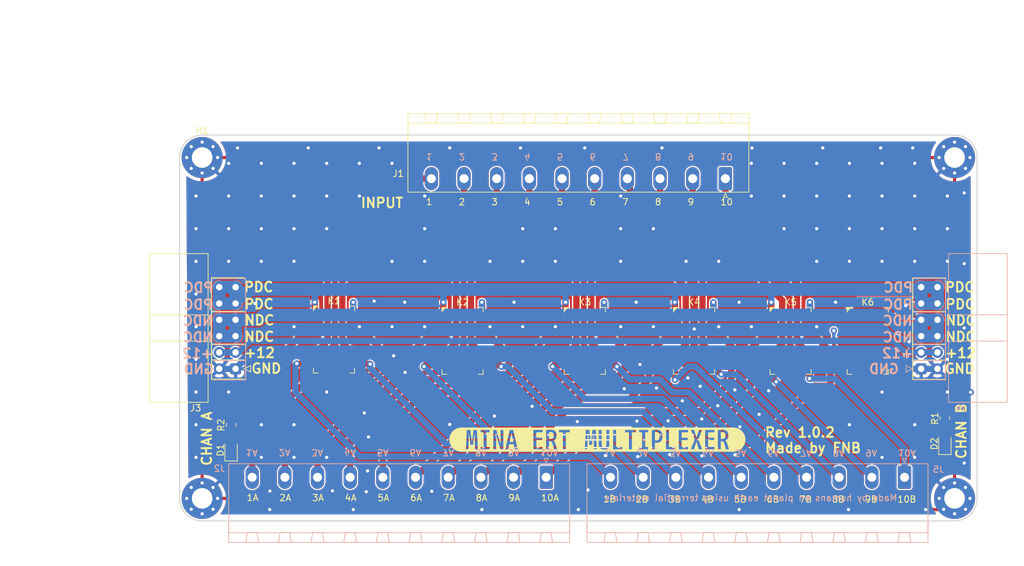
<source format=kicad_pcb>
(kicad_pcb (version 20241229) (generator "pcbnew") (generator_version "9.0")
  (title_block (title "Mina ERT multiplexer") (date "2025-12-09") (rev "1.0.2") (company "Made By FNB"))
  (layers (0 "F.Cu" signal) (2 "B.Cu" signal) (13 "F.Paste" user) (15 "B.Paste" user) (5 "F.SilkS" user "F.Silkscreen") (7 "B.SilkS" user "B.Silkscreen") (1 "F.Mask" user) (3 "B.Mask" user) (25 "Edge.Cuts" user))
  (net 0 "")
  (net 1 "-VDC")
  (net 2 "+VDC")
  (net 3 "/4A")
  (net 4 "/3A")
  (net 5 "/9A")
  (net 6 "/1A")
  (net 7 "/5A")
  (net 8 "/2A")
  (net 9 "/10A")
  (net 10 "/6A")
  (net 11 "/8A")
  (net 12 "/7A")
  (net 13 "/8B")
  (net 14 "/1B")
  (net 15 "/10B")
  (net 16 "/5B")
  (net 17 "/9B")
  (net 18 "/6B")
  (net 19 "/7B")
  (net 20 "/4B")
  (net 21 "/2B")
  (net 22 "/3B")
  (net 23 "/3")
  (net 24 "/7")
  (net 25 "/8")
  (net 26 "/5")
  (net 27 "/4")
  (net 28 "/10")
  (net 29 "/2")
  (net 30 "/1")
  (net 31 "/9")
  (net 32 "/6")
  (net 33 "GND")
  (net 34 "+12V")
  (net 35 "Net-(D1-A)")
  (net 36 "Net-(D2-A)")
  (net 37 "/CHNB")
  (net 38 "/CHNA")
  (footprint "muxlib_footprints:Relay_2P2T_10x6mm_TE_IMxxG_Longlegs" (layer "F.Cu") (at 150 117)
    (property "Reference" "K5")
    (property "Value" "AGQ210A12Z")
  )
  (footprint "muxlib_footprints:Relay_2P2T_10x6mm_TE_IMxxG_Longlegs" (layer "F.Cu") (at 118 117)
    (property "Reference" "K3")
    (property "Value" "AGQ210A12Z")
  )
  (footprint "muxlib_footprints:Relay_2P2T_10x6mm_TE_IMxxG_Longlegs" (layer "F.Cu") (at 162 117)
    (property "Reference" "K6")
    (property "Value" "AGQ210A12Z")
  )
  (footprint "Resistor_SMD:R_0805_2012Metric" (layer "F.Cu") (at 63 130.0625 -90)
    (property "Reference" "R2")
    (property "Value" "1K1")
  )
  (footprint "Connector_IDC:IDC-Header_2x06_P2.54mm_Horizontal" (layer "F.Cu") (at 63.6975 121.35 180)
    (property "Reference" "J3")
    (property "Value" "MC-254-12-00-RA-DIP")
  )
  (footprint "MountingHole:MountingHole_3.2mm_M3_Pad_Via" (layer "F.Cu") (at 58.5 88.5)
    (property "Reference" "H1")
    (property "Value" "MountingHole_Pad")
  )
  (footprint "LED_SMD:LED_0805_2012Metric" (layer "F.Cu") (at 63 134 90)
    (property "Reference" "D1")
    (property "Value" "LTST-C170KRKT")
  )
  (footprint "muxlib_footprints:Relay_2P2T_10x6mm_TE_IMxxG_Longlegs" (layer "F.Cu") (at 135 117)
    (property "Reference" "K4")
    (property "Value" "AGQ210A12Z")
  )
  (footprint "Connector_Phoenix_MSTB:PhoenixContact_MSTBA_2,5_10-G-5,08_1x10_P5.08mm_Horizontal" (layer "F.Cu") (at 139.86 91.7775 180)
    (property "Reference" "J1")
    (property "Value" "1759091")
  )
  (footprint "kibuzzard-693809E3" (layer "F.Cu") (at 119.960873 132.364121)
    (property "Reference" "kibuzzard-693809E3" (hide yes))
    (property "Value" "G***" (hide yes))
  )
  (footprint "MountingHole:MountingHole_3.2mm_M3_Pad_Via" (layer "F.Cu") (at 175.5 141.5)
    (property "Reference" "H3" (hide yes))
    (property "Value" "MountingHole_Pad")
  )
  (footprint "Resistor_SMD:R_0805_2012Metric" (layer "F.Cu") (at 174 129 -90)
    (property "Reference" "R1")
    (property "Value" "1K1")
  )
  (footprint "MountingHole:MountingHole_3.2mm_M3_Pad_Via" (layer "F.Cu") (at 175.5 88.5)
    (property "Reference" "H2" (hide yes))
    (property "Value" "MountingHole_Pad")
  )
  (footprint "muxlib_footprints:Relay_2P2T_10x6mm_TE_IMxxG_Longlegs" (layer "F.Cu") (at 99 117)
    (property "Reference" "K2")
    (property "Value" "AGQ210A12Z")
  )
  (footprint "MountingHole:MountingHole_3.2mm_M3_Pad_Via" (layer "F.Cu") (at 58.5 141.5)
    (property "Reference" "H4" (hide yes))
    (property "Value" "MountingHole_Pad")
  )
  (footprint "LED_SMD:LED_0805_2012Metric" (layer "F.Cu") (at 174 133 90)
    (property "Reference" "D2")
    (property "Value" "LTST-C170KRKT")
  )
  (footprint "muxlib_footprints:Relay_2P2T_10x6mm_TE_IMxxG_Longlegs" (layer "F.Cu") (at 79 116.8)
    (property "Reference" "K1")
    (property "Value" "AGQ210A12Z")
  )
  (footprint "Connector_IDC:IDC-Header_2x06_P2.54mm_Horizontal" (layer "B.Cu") (at 170.3025 121.35)
    (property "Reference" "J4")
    (property "Value" "MC-254-12-00-RA-DIP")
  )
  (footprint "Connector_Phoenix_MSTB:PhoenixContact_MSTBA_2,5_10-G-5,08_1x10_P5.08mm_Horizontal" (layer "B.Cu") (at 112 138.2225 180)
    (property "Reference" "J2")
    (property "Value" "1759091")
  )
  (footprint "Connector_Phoenix_MSTB:PhoenixContact_MSTBA_2,5_10-G-5,08_1x10_P5.08mm_Horizontal" (layer "B.Cu") (at 167.72 138.2225 180)
    (property "Reference" "J5")
    (property "Value" "1759091")
  )
  (gr_line (start 169 123) (end 174 123) (stroke (width 0.15)) (layer "F.SilkS"))
  (gr_line (start 169 120) (end 174 120) (stroke (width 0.15)) (layer "F.SilkS"))
  (gr_line (start 59.967201 119.974418) (end 59.967201 122.974418) (stroke (width 0.15)) (layer "F.SilkS"))
  (gr_line (start 59.960881 112.429226) (end 59.960881 107.199416) (stroke (width 0.15)) (layer "F.SilkS"))
  (gr_line (start 59.945633 117.505463) (end 64.967064 117.505463) (stroke (width 0.15)) (layer "F.SilkS"))
  (gr_line (start 59.960881 112.429226) (end 59.945633 117.505463) (stroke (width 0.15)) (layer "F.SilkS"))
  (gr_line (start 174.025276 112.454808) (end 168.99368 112.454808) (stroke (width 0.15)) (layer "F.SilkS"))
  (gr_line (start 168.99368 112.454808) (end 168.99368 107.224998) (stroke (width 0.15)) (layer "F.SilkS"))
  (gr_line (start 59.945633 117.505463) (end 59.967201 119.974418) (stroke (width 0.15)) (layer "F.SilkS"))
  (gr_line (start 168.99368 107.224998) (end 174.086265 107.224998) (stroke (width 0.15)) (layer "F.SilkS"))
  (gr_line (start 168.99368 112.454808) (end 168.978432 117.531045) (stroke (width 0.15)) (layer "F.SilkS"))
  (gr_line (start 59.967201 122.974418) (end 64.967201 122.974418) (stroke (width 0.15)) (layer "F.SilkS"))
  (gr_line (start 64.992477 112.429226) (end 59.960881 112.429226) (stroke (width 0.15)) (layer "F.SilkS"))
  (gr_line (start 168.978432 117.531045) (end 173.999863 117.531045) (stroke (width 0.15)) (layer "F.SilkS"))
  (gr_line (start 59.960881 107.199416) (end 65.053466 107.199416) (stroke (width 0.15)) (layer "F.SilkS"))
  (gr_line (start 169 120) (end 169 123) (stroke (width 0.15)) (layer "F.SilkS"))
  (gr_line (start 168.978432 117.531045) (end 169 120) (stroke (width 0.15)) (layer "F.SilkS"))
  (gr_line (start 59.967201 119.974418) (end 64.967201 119.974418) (stroke (width 0.15)) (layer "F.SilkS"))
  (gr_line (start 174.102886 117.581594) (end 169.081455 117.581594) (stroke (width 0.15)) (layer "B.SilkS"))
  (gr_line (start 65.258805 120.063492) (end 60.258805 120.063492) (stroke (width 0.15)) (layer "B.SilkS"))
  (gr_line (start 65.280373 117.594537) (end 65.258805 120.063492) (stroke (width 0.15)) (layer "B.SilkS"))
  (gr_line (start 65.258805 120.063492) (end 65.258805 123.063492) (stroke (width 0.15)) (layer "B.SilkS"))
  (gr_line (start 174.081318 120.050549) (end 174.081318 123.050549) (stroke (width 0.15)) (layer "B.SilkS"))
  (gr_line (start 65.280373 117.594537) (end 60.258942 117.594537) (stroke (width 0.15)) (layer "B.SilkS"))
  (gr_line (start 65.258805 123.063492) (end 60.258805 123.063492) (stroke (width 0.15)) (layer "B.SilkS"))
  (gr_line (start 174.102886 117.581594) (end 174.081318 120.050549) (stroke (width 0.15)) (layer "B.SilkS"))
  (gr_line (start 60.233529 112.5183) (end 65.265125 112.5183) (stroke (width 0.15)) (layer "B.SilkS"))
  (gr_line (start 65.265125 112.5183) (end 65.280373 117.594537) (stroke (width 0.15)) (layer "B.SilkS"))
  (gr_line (start 174.081318 123.050549) (end 169.081318 123.050549) (stroke (width 0.15)) (layer "B.SilkS"))
  (gr_line (start 169.056042 112.505357) (end 174.087638 112.505357) (stroke (width 0.15)) (layer "B.SilkS"))
  (gr_line (start 174.087638 112.505357) (end 174.102886 117.581594) (stroke (width 0.15)) (layer "B.SilkS"))
  (gr_line (start 174.087638 112.505357) (end 174.087638 107.275547) (stroke (width 0.15)) (layer "B.SilkS"))
  (gr_line (start 65.265125 107.28849) (end 60.17254 107.28849) (stroke (width 0.15)) (layer "B.SilkS"))
  (gr_line (start 174.087638 107.275547) (end 168.995053 107.275547) (stroke (width 0.15)) (layer "B.SilkS"))
  (gr_line (start 174.081318 120.050549) (end 169.081318 120.050549) (stroke (width 0.15)) (layer "B.SilkS"))
  (gr_line (start 65.265125 112.5183) (end 65.265125 107.28849) (stroke (width 0.15)) (layer "B.SilkS"))
  (gr_line (start 55 141.5) (end 55 88.5) (stroke (width 0.15)) (layer "Edge.Cuts"))
  (gr_line (start 175.5 145) (end 58.5 145) (stroke (width 0.15)) (layer "Edge.Cuts"))
  (gr_arc (start 55 88.5) (mid 56.025126 86.025126) (end 58.5 85) (stroke (width 0.15)) (layer "Edge.Cuts"))
  (gr_line (start 179 88.5) (end 179 141.5) (stroke (width 0.15)) (layer "Edge.Cuts"))
  (gr_arc (start 175.5 85) (mid 177.974874 86.025126) (end 179 88.5) (stroke (width 0.15)) (layer "Edge.Cuts"))
  (gr_arc (start 179 141.5) (mid 177.974874 143.974874) (end 175.5 145) (stroke (width 0.15)) (layer "Edge.Cuts"))
  (gr_line (start 58.5 85) (end 175.5 85) (stroke (width 0.15)) (layer "Edge.Cuts"))
  (gr_arc (start 58.5 145) (mid 56.025126 143.974874) (end 55 141.5) (stroke (width 0.15)) (layer "Edge.Cuts"))
  (gr_text "NDC" (at 64.903704 117.238636 0) (layer "F.SilkS") (effects (font (size 1.5 1.5) (thickness 0.3) (bold yes)) (justify left bottom)))
  (gr_text "Rev ${REVISION}\nMade by FNB" (at 145.856811 134.542724 0) (layer "F.SilkS") (effects (font (size 1.5 1.5) (thickness 0.3) (bold yes)) (justify left bottom)))
  (gr_text "1A" (at 65.343266 141.969505 0) (layer "F.SilkS") (effects (font (size 1 1)) (justify left bottom)))
  (gr_text "9A" (at 106.025795 142 0) (layer "F.SilkS") (effects (font (size 1 1)) (justify left bottom)))
  (gr_text "3" (at 103.402787 96 0) (layer "F.SilkS") (effects (font (size 1 1)) (justify left bottom)))
  (gr_text "NDC" (at 173.954258 114.701373 0) (layer "F.SilkS") (effects (font (size 1.5 1.5) (thickness 0.3) (bold yes)) (justify left bottom)))
  (gr_text "INPUT" (at 83.024747 96.422728 0) (layer "F.SilkS") (effects (font (size 1.5 1.5) (thickness 0.3) (bold yes)) (justify left bottom)))
  (gr_text "6B" (at 146.180251 142.228107 0) (layer "F.SilkS") (effects (font (size 1 1)) (justify left bottom)))
  (gr_text "+12" (at 64.869398 119.742998 0) (layer "F.SilkS") (effects (font (size 1.5 1.5) (thickness 0.3) (bold yes)) (justify left bottom)))
  (gr_text "10" (at 139 96 0) (layer "F.SilkS") (effects (font (size 1 1)) (justify left bottom)))
  (gr_text "4A" (at 80.599214 142 0) (layer "F.SilkS") (effects (font (size 1 1)) (justify left bottom)))
  (gr_text "10A" (at 111.111111 142 0) (layer "F.SilkS") (effects (font (size 1 1)) (justify left bottom)))
  (gr_text "NDC" (at 173.936503 117.264218 0) (layer "F.SilkS") (effects (font (size 1.5 1.5) (thickness 0.3) (bold yes)) (justify left bottom)))
  (gr_text "10B" (at 166.521515 142.228107 0) (layer "F.SilkS") (effects (font (size 1 1)) (justify left bottom)))
  (gr_text "PDC" (at 173.925068 112.195605 0) (layer "F.SilkS") (effects (font (size 1.5 1.5) (thickness 0.3) (bold yes)) (justify left bottom)))
  (gr_text "7B" (at 151.265567 142.228107 0) (layer "F.SilkS") (effects (font (size 1 1)) (justify left bottom)))
  (gr_text "4B" (at 136.009618 142.228107 0) (layer "F.SilkS") (effects (font (size 1 1)) (justify left bottom)))
  (gr_text "1B" (at 120.75367 142.197612 0) (layer "F.SilkS") (effects (font (size 1 1)) (justify left bottom)))
  (gr_text "GND\n" (at 173.810713 122.210852 0) (layer "F.SilkS") (effects (font (size 1.5 1.5) (thickness 0.3) (bold yes)) (justify left bottom)))
  (gr_text "6" (at 118.658736 96 0) (layer "F.SilkS") (effects (font (size 1 1)) (justify left bottom)))
  (gr_text "NDC" (at 64.921459 114.675791 0) (layer "F.SilkS") (effects (font (size 1.5 1.5) (thickness 0.3) (bold yes)) (justify left bottom)))
  (gr_text "6A\n" (at 90.769847 142 0) (layer "F.SilkS") (effects (font (size 1 1)) (justify left bottom)))
  (gr_text "PDC" (at 64.892269 112.170023 0) (layer "F.SilkS") (effects (font (size 1.5 1.5) (thickness 0.3) (bold yes)) (justify left bottom)))
  (gr_text "5" (at 113.573419 96 0) (layer "F.SilkS") (effects (font (size 1 1)) (justify left bottom)))
  (gr_text "9" (at 133.914684 96 0) (layer "F.SilkS") (effects (font (size 1 1)) (justify left bottom)))
  (gr_text "8B" (at 156.350883 142.228107 0) (layer "F.SilkS") (effects (font (size 1 1)) (justify left bottom)))
  (gr_text "2A" (at 70.428582 142 0) (layer "F.SilkS") (effects (font (size 1 1)) (justify left bottom)))
  (gr_text "5B" (at 141.094934 142.228107 0) (layer "F.SilkS") (effects (font (size 1 1)) (justify left bottom)))
  (gr_text "8" (at 128.829368 96 0) (layer "F.SilkS") (effects (font (size 1 1)) (justify left bottom)))
  (gr_text "CHAN A" (at 60.094194 136.597048 90) (layer "F.SilkS") (effects (font (size 1.5 1.5) (thickness 0.3) (bold yes)) (justify left bottom)))
  (gr_text "7" (at 123.744052 96 0) (layer "F.SilkS") (effects (font (size 1 1)) (justify left bottom)))
  (gr_text "PDC" (at 64.846527 109.517 0) (layer "F.SilkS") (effects (font (size 1.5 1.5) (thickness 0.3) (bold yes)) (justify left bottom)))
  (gr_text "9B" (at 161.436199 142.228107 0) (layer "F.SilkS") (effects (font (size 1 1)) (justify left bottom)))
  (gr_text "2B" (at 125.838986 142.228107 0) (layer "F.SilkS") (effects (font (size 1 1)) (justify left bottom)))
  (gr_text "8A" (at 100.940479 142 0) (layer "F.SilkS") (effects (font (size 1 1)) (justify left bottom)))
  (gr_text "CHAN B" (at 177.430633 135.533552 90) (layer "F.SilkS") (effects (font (size 1.5 1.5) (thickness 0.3) (bold yes)) (justify left bottom)))
  (gr_text "2" (at 98.317471 96 0) (layer "F.SilkS") (effects (font (size 1 1)) (justify left bottom)))
  (gr_text "+12" (at 173.902197 119.76858 0) (layer "F.SilkS") (effects (font (size 1.5 1.5) (thickness 0.3) (bold yes)) (justify left bottom)))
  (gr_text "PDC" (at 173.850956 109.546647 0) (layer "F.SilkS") (effects (font (size 1.5 1.5) (thickness 0.3) (bold yes)) (justify left bottom)))
  (gr_text "4" (at 108.488103 96 0) (layer "F.SilkS") (effects (font (size 1 1)) (justify left bottom)))
  (gr_text "GND\n" (at 66 122.18527 0) (layer "F.SilkS") (effects (font (size 1.5 1.5) (thickness 0.3) (bold yes)) (justify left bottom)))
  (gr_text "3B" (at 130.924302 142.228107 0) (layer "F.SilkS") (effects (font (size 1 1)) (justify left bottom)))
  (gr_text "5A" (at 85.68453 142 0) (layer "F.SilkS") (effects (font (size 1 1)) (justify left bottom)))
  (gr_text "7A\n" (at 95.855163 142 0) (layer "F.SilkS") (effects (font (size 1 1)) (justify left bottom)))
  (gr_text "3A" (at 75.513898 142 0) (layer "F.SilkS") (effects (font (size 1 1)) (justify left bottom)))
  (gr_text "1" (at 93.232155 95.969505 0) (layer "F.SilkS") (effects (font (size 1 1)) (justify left bottom)))
  (gr_text "1A" (at 120.87043 133.856386 180) (layer "B.SilkS") (effects (font (size 1 1)) (justify left bottom mirror)))
  (gr_text "+12" (at 60.356608 119.832072 0) (layer "B.SilkS") (effects (font (size 1.5 1.5) (thickness 0.3) (bold yes)) (justify left bottom mirror)))
  (gr_text "2A" (at 125.955746 133.825891 180) (layer "B.SilkS") (effects (font (size 1 1)) (justify left bottom mirror)))
  (gr_text "8" (at 128.829368 87.766004 180) (layer "B.SilkS") (effects (font (size 1 1)) (justify left bottom mirror)))
  (gr_text "NDC" (at 60.304547 114.764865 0) (layer "B.SilkS") (effects (font (size 1.5 1.5) (thickness 0.3) (bold yes)) (justify left bottom mirror)))
  (gr_text "3A" (at 131.041062 133.825891 180) (layer "B.SilkS") (effects (font (size 1 1)) (justify left bottom mirror)))
  (gr_text "+12" (at 169.179121 119.819129 0) (layer "B.SilkS") (effects (font (size 1.5 1.5) (thickness 0.3) (bold yes)) (justify left bottom mirror)))
  (gr_text "Made by humans on planet earth using terrestial materials" (at 166.665958 142 0) (layer "B.SilkS") (effects (font (size 1 1)) (justify left bottom mirror)))
  (gr_text "NDC" (at 169.12706 114.751922 0) (layer "B.SilkS") (effects (font (size 1.5 1.5) (thickness 0.3) (bold yes)) (justify left bottom mirror)))
  (gr_text "6A\n" (at 146.297011 133.825891 180) (layer "B.SilkS") (effects (font (size 1 1)) (justify left bottom mirror)))
  (gr_text "8A" (at 100.829368 133.766004 180) (layer "B.SilkS") (effects (font (size 1 1)) (justify left bottom mirror)))
  (gr_text "9A" (at 161.552959 133.825891 180) (layer "B.SilkS") (effects (font (size 1 1)) (justify left bottom mirror)))
  (gr_text "GND\n" (at 60.448092 122.274344 0) (layer "B.SilkS") (effects (font (size 1.5 1.5) (thickness 0.3) (bold yes)) (justify left bottom mirror)))
  (gr_text "GND\n" (at 167 122.261401 0) (layer "B.SilkS") (effects (font (size 1.5 1.5) (thickness 0.3) (bold yes)) (justify left bottom mirror)))
  (gr_text "1" (at 93.232155 87.796499 180) (layer "B.SilkS") (effects (font (size 1 1)) (justify left bottom mirror)))
  (gr_text "5A" (at 85.573419 133.766004 180) (layer "B.SilkS") (effects (font (size 1 1)) (justify left bottom mirror)))
  (gr_text "8A" (at 156.467643 133.825891 180) (layer "B.SilkS") (effects (font (size 1 1)) (justify left bottom mirror)))
  (gr_text "NDC" (at 60.322302 117.32771 0) (layer "B.SilkS") (effects (font (size 1.5 1.5) (thickness 0.3) (bold yes)) (justify left bottom mirror)))
  (gr_text "4" (at 108.488103 87.766004 180) (layer "B.SilkS") (effects (font (size 1 1)) (justify left bottom mirror)))
  (gr_text "10A" (at 111 133.766004 180) (layer "B.SilkS") (effects (font (size 1 1)) (justify left bottom mirror)))
  (gr_text "4A" (at 136.126378 133.825891 180) (layer "B.SilkS") (effects (font (size 1 1)) (justify left bottom mirror)))
  (gr_text "7A\n" (at 95.744052 133.766004 180) (layer "B.SilkS") (effects (font (size 1 1)) (justify left bottom mirror)))
  (gr_text "3A" (at 75.402787 133.766004 180) (layer "B.SilkS") (effects (font (size 1 1)) (justify left bottom mirror)))
  (gr_text "NDC" (at 169.144815 117.314767 0) (layer "B.SilkS") (effects (font (size 1.5 1.5) (thickness 0.3) (bold yes)) (justify left bottom mirror)))
  (gr_text "5" (at 113.573419 87.766004 180) (layer "B.SilkS") (effects (font (size 1 1)) (justify left bottom mirror)))
  (gr_text "10A" (at 166.638275 133.825891 180) (layer "B.SilkS") (effects (font (size 1 1)) (justify left bottom mirror)))
  (gr_text "6" (at 118.658736 87.766004 180) (layer "B.SilkS") (effects (font (size 1 1)) (justify left bottom mirror)))
  (gr_text "PDC" (at 60.333737 112.259097 0) (layer "B.SilkS") (effects (font (size 1.5 1.5) (thickness 0.3) (bold yes)) (justify left bottom mirror)))
  (gr_text "7" (at 123.744052 87.766004 180) (layer "B.SilkS") (effects (font (size 1 1)) (justify left bottom mirror)))
  (gr_text "PDC" (at 169.201992 109.593131 0) (layer "B.SilkS") (effects (font (size 1.5 1.5) (thickness 0.3) (bold yes)) (justify left bottom mirror)))
  (gr_text "1A" (at 65.232155 133.796499 180) (layer "B.SilkS") (effects (font (size 1 1)) (justify left bottom mirror)))
  (gr_text "4A" (at 80.488103 133.766004 180) (layer "B.SilkS") (effects (font (size 1 1)) (justify left bottom mirror)))
  (gr_text "6A\n" (at 90.658736 133.766004 180) (layer "B.SilkS") (effects (font (size 1 1)) (justify left bottom mirror)))
  (gr_text "9" (at 133.914684 87.766004 180) (layer "B.SilkS") (effects (font (size 1 1)) (justify left bottom mirror)))
  (gr_text "3" (at 103.402787 87.766004 180) (layer "B.SilkS") (effects (font (size 1 1)) (justify left bottom mirror)))
  (gr_text "PDC" (at 60.379479 109.606074 0) (layer "B.SilkS") (effects (font (size 1.5 1.5) (thickness 0.3) (bold yes)) (justify left bottom mirror)))
  (gr_text "PDC" (at 169.15625 112.246154 0) (layer "B.SilkS") (effects (font (size 1.5 1.5) (thickness 0.3) (bold yes)) (justify left bottom mirror)))
  (gr_text "2A" (at 70.317471 133.766004 180) (layer "B.SilkS") (effects (font (size 1 1)) (justify left bottom mirror)))
  (gr_text "9A" (at 105.914684 133.766004 180) (layer "B.SilkS") (effects (font (size 1 1)) (justify left bottom mirror)))
  (gr_text "5A" (at 141.211694 133.825891 180) (layer "B.SilkS") (effects (font (size 1 1)) (justify left bottom mirror)))
  (gr_text "2" (at 98.317471 87.766004 180) (layer "B.SilkS") (effects (font (size 1 1)) (justify left bottom mirror)))
  (gr_text "10" (at 139 87.766004 180) (layer "B.SilkS") (effects (font (size 1 1)) (justify left bottom mirror)))
  (gr_text "7A\n" (at 151.382327 133.825891 180) (layer "B.SilkS") (effects (font (size 1 1)) (justify left bottom mirror)))
  (segment (start 82 111) (end 82 113) (width 1) (layer "F.Cu") (net 1))
  (segment (start 170.0325 114) (end 170.3025 113.73) (width 1) (layer "F.Cu") (net 1))
  (segment (start 153 111) (end 153 113.2) (width 1) (layer "F.Cu") (net 1))
  (segment (start 165 113.2) (end 169.7725 113.2) (width 0.5) (layer "F.Cu") (net 1))
  (segment (start 169.7725 113.2) (end 170.3025 113.73) (width 0.5) (layer "F.Cu") (net 1))
  (segment (start 102 113.2) (end 102 111) (width 1) (layer "F.Cu") (net 1))
  (segment (start 138 113.2) (end 138 111) (width 1) (layer "F.Cu") (net 1))
  (segment (start 121 113.2) (end 121 111) (width 1) (layer "F.Cu") (net 1))
  (via (at 102 111) (size 1) (drill 0.5) (layers "F.Cu" "B.Cu") (net 1))
  (via (at 82 111) (size 1) (drill 0.5) (layers "F.Cu" "B.Cu") (net 1))
  (via (at 153 111) (size 1) (drill 0.5) (layers "F.Cu" "B.Cu") (net 1))
  (via (at 121 111) (size 1) (drill 0.5) (layers "F.Cu" "B.Cu") (net 1))
  (via (at 138 111) (size 1) (drill 0.5) (layers "F.Cu" "B.Cu") (net 1))
  (segment (start 170.3025 115) (end 170.3025 116.27) (width 2) (layer "B.Cu") (net 1))
  (segment (start 167 115) (end 170.3025 115) (width 2) (layer "B.Cu") (net 1))
  (segment (start 165 113) (end 167 115) (width 2) (layer "B.Cu") (net 1))
  (segment (start 172.8425 113.73) (end 170.3025 113.73) (width 2) (layer "B.Cu") (net 1))
  (segment (start 61.1575 116.27) (end 61.1575 113.73) (width 2) (layer "B.Cu") (net 1))
  (segment (start 170.3025 116.27) (end 172.8425 116.27) (width 2) (layer "B.Cu") (net 1))
  (segment (start 63.6975 113.73) (end 67.27 113.73) (width 2) (layer "B.Cu") (net 1))
  (segment (start 61.1575 113.73) (end 63.6975 113.73) (width 2) (layer "B.Cu") (net 1))
  (segment (start 63.6975 113.73) (end 63.6975 115.13) (width 2) (layer "B.Cu") (net 1))
  (segment (start 82 111) (end 82 113) (width 1) (layer "B.Cu") (net 1))
  (segment (start 63.6975 115.13) (end 63.6975 116.27) (width 2) (layer "B.Cu") (net 1))
  (segment (start 63.6975 116.27) (end 61.1575 116.27) (width 2) (layer "B.Cu") (net 1))
  (segment (start 121 111) (end 121 113) (width 1) (layer "B.Cu") (net 1))
  (segment (start 82 113) (end 165 113) (width 2) (layer "B.Cu") (net 1))
  (segment (start 153 113.2) (end 153 111) (width 1) (layer "B.Cu") (net 1))
  (segment (start 170.3025 113.73) (end 170.3025 115) (width 2) (layer "B.Cu") (net 1))
  (segment (start 68 113) (end 82 113) (width 2) (layer "B.Cu") (net 1))
  (segment (start 138 111) (end 138 113) (width 1) (layer "B.Cu") (net 1))
  (segment (start 172.8425 116.27) (end 172.8425 113.73) (width 2) (layer "B.Cu") (net 1))
  (segment (start 102 111) (end 102 113) (width 1) (layer "B.Cu") (net 1))
  (segment (start 67.27 113.73) (end 68 113) (width 2) (layer "B.Cu") (net 1))
  (segment (start 159 113.2) (end 159 112) (width 0.5) (layer "F.Cu") (net 2))
  (segment (start 76 111) (end 76 113) (width 1) (layer "F.Cu") (net 2))
  (segment (start 132 113.2) (end 132 111) (width 1) (layer "F.Cu") (net 2))
  (segment (start 147 111) (end 147 113.2) (width 1) (layer "F.Cu") (net 2))
  (segment (start 169.699872 110.587372) (end 170.3025 111.19) (width 0.5) (layer "F.Cu") (net 2))
  (segment (start 115 113.2) (end 115 111) (width 1) (layer "F.Cu") (net 2))
  (segment (start 96 113.2) (end 96 111) (width 1) (layer "F.Cu") (net 2))
  (segment (start 159 112) (end 160.412628 110.587372) (width 0.5) (layer "F.Cu") (net 2))
  (segment (start 160.412628 110.587372) (end 169.699872 110.587372) (width 0.5) (layer "F.Cu") (net 2))
  (via (at 147 111) (size 1) (drill 0.5) (layers "F.Cu" "B.Cu") (net 2))
  (via (at 132 111) (size 1) (drill 0.5) (layers "F.Cu" "B.Cu") (net 2))
  (via (at 115 111) (size 1) (drill 0.5) (layers "F.Cu" "B.Cu") (net 2))
  (via (at 76 111) (size 1) (drill 0.5) (layers "F.Cu" "B.Cu") (net 2))
  (via (at 96 111) (size 1) (drill 0.5) (layers "F.Cu" "B.Cu") (net 2))
  (segment (start 172.8425 111.19) (end 170.3025 111.19) (width 2) (layer "B.Cu") (net 2))
  (segment (start 61.1575 111.19) (end 63.6975 111.19) (width 2) (layer "B.Cu") (net 2))
  (segment (start 132 111) (end 132 109) (width 1) (layer "B.Cu") (net 2))
  (segment (start 63.6975 111.19) (end 63.6975 110.13) (width 2) (layer "B.Cu") (net 2))
  (segment (start 63.6975 110.13) (end 64.87 110.13) (width 2) (layer "B.Cu") (net 2))
  (segment (start 66 109) (end 76 109) (width 2) (layer "B.Cu") (net 2))
  (segment (start 115 111) (end 115 109) (width 1) (layer "B.Cu") (net 2))
  (segment (start 76 109) (end 147 109) (width 2) (layer "B.Cu") (net 2))
  (segment (start 96 111) (end 96 109) (width 1) (layer "B.Cu") (net 2))
  (segment (start 170.3025 110) (end 169.3025 109) (width 2) (layer "B.Cu") (net 2))
  (segment (start 61.1575 111.19) (end 61.1575 108.65) (width 2) (layer "B.Cu") (net 2))
  (segment (start 64.87 110.13) (end 66 109) (width 2) (layer "B.Cu") (net 2))
  (segment (start 63.6975 108.65) (end 64.0475 109) (width 2) (layer "B.Cu") (net 2))
  (segment (start 63.6975 108.65) (end 61.1575 108.65) (width 2) (layer "B.Cu") (net 2))
  (segment (start 170.3025 110) (end 170.3025 111.19) (width 2) (layer "B.Cu") (net 2))
  (segment (start 165 109) (end 147 109) (width 2) (layer "B.Cu") (net 2))
  (segment (start 76 111) (end 76 109) (width 1) (layer "B.Cu") (net 2))
  (segment (start 172.8425 108.65) (end 170.3025 108.65) (width 2) (layer "B.Cu") (net 2))
  (segment (start 170.3025 108.65) (end 170.3025 110) (width 2) (layer "B.Cu") (net 2))
  (segment (start 63.6975 110.13) (end 63.6975 108.65) (width 2) (layer "B.Cu") (net 2))
  (segment (start 147 111) (end 147 109) (width 1) (layer "B.Cu") (net 2))
  (segment (start 172.8425 111.19) (end 172.8425 108.65) (width 2) (layer "B.Cu") (net 2))
  (segment (start 169.3025 109) (end 165 109) (width 2) (layer "B.Cu") (net 2))
  (segment (start 170.3025 108.65) (end 169.9525 109) (width 2) (layer "B.Cu") (net 2))
  (segment (start 106.200999 122.200999) (end 106.200999 119.200999) (width 1) (layer "F.Cu") (net 3))
  (segment (start 106.200999 119.200999) (end 103.4 116.4) (width 1) (layer "F.Cu") (net 3))
  (segment (start 105.401998 123) (end 106.200999 122.200999) (width 1) (layer "F.Cu") (net 3))
  (segment (start 81.52 138.2225) (end 81.52 132.48) (width 1) (layer "F.Cu") (net 3))
  (segment (start 103.4 116.4) (end 102 116.4) (width 1) (layer "F.Cu") (net 3))
  (segment (start 81.52 132.48) (end 91 123) (width 1) (layer "F.Cu") (net 3))
  (segment (start 91 123) (end 105.401998 123) (width 1) (layer "F.Cu") (net 3))
  (segment (start 76.44 133.435) (end 76.44 138.2225) (width 1) (layer "F.Cu") (net 4))
  (segment (start 93.475 116.4) (end 76.44 133.435) (width 1) (layer "F.Cu") (net 4))
  (segment (start 96 116.4) (end 93.475 116.4) (width 1) (layer "F.Cu") (net 4))
  (segment (start 143.799001 125.200999) (end 143.799001 118.200999) (width 1) (layer "F.Cu") (net 5))
  (segment (start 143.799001 118.200999) (end 145.6 116.4) (width 1) (layer "F.Cu") (net 5))
  (segment (start 106.92 138.2225) (end 114.1425 131) (width 1) (layer "F.Cu") (net 5))
  (segment (start 145.6 116.4) (end 147 116.4) (width 1) (layer "F.Cu") (net 5))
  (segment (start 114.1425 131) (end 138 131) (width 1) (layer "F.Cu") (net 5))
  (segment (start 138 131) (end 143.799001 125.200999) (width 1) (layer "F.Cu") (net 5))
  (segment (start 76 116.2) (end 73.8 116.2) (width 1) (layer "F.Cu") (net 6))
  (segment (start 66.28 123.72) (end 66.28 138.2225) (width 1) (layer "F.Cu") (net 6))
  (segment (start 73.8 116.2) (end 66.28 123.72) (width 1) (layer "F.Cu") (net 6))
  (segment (start 86.6 131.4) (end 93 125) (width 1) (layer "F.Cu") (net 7))
  (segment (start 111 117.4) (end 112 116.4) (width 1) (layer "F.Cu") (net 7))
  (segment (start 111 120.494258) (end 111 117.4) (width 1) (layer "F.Cu") (net 7))
  (segment (start 93 125) (end 106.494258 125) (width 1) (layer "F.Cu") (net 7))
  (segment (start 86.6 138.2225) (end 86.6 131.4) (width 1) (layer "F.Cu") (net 7))
  (segment (start 112 116.4) (end 115 116.4) (width 1) (layer "F.Cu") (net 7))
  (segment (start 106.494258 125) (end 111 120.494258) (width 1) (layer "F.Cu") (net 7))
  (segment (start 84.2 116.2) (end 87 119) (width 1) (layer "F.Cu") (net 8))
  (segment (start 87 120.201) (end 84.201 123) (width 1) (layer "F.Cu") (net 8))
  (segment (start 71.36 126.64) (end 71.36 138.2225) (width 1) (layer "F.Cu") (net 8))
  (segment (start 84.201 123) (end 75 123) (width 1) (layer "F.Cu") (net 8))
  (segment (start 87 119) (end 87 120.201) (width 1) (layer "F.Cu") (net 8))
  (segment (start 75 123) (end 71.36 126.64) (width 1) (layer "F.Cu") (net 8))
  (segment (start 82 116.2) (end 84.2 116.2) (width 1) (layer "F.Cu") (net 8))
  (segment (start 153.69847 124) (end 156 124) (width 1) (layer "F.Cu") (net 9))
  (segment (start 156 124) (end 156.200999 123.799001) (width 1) (layer "F.Cu") (net 9))
  (segment (start 144.69847 133) (end 153.69847 124) (width 1) (layer "F.Cu") (net 9))
  (segment (start 153.965256 116.4) (end 153 116.4) (width 1) (layer "F.Cu") (net 9))
  (segment (start 117.2225 133) (end 144.69847 133) (width 1) (layer "F.Cu") (net 9))
  (segment (start 156.200999 118.635743) (end 153.965256 116.4) (width 1) (layer "F.Cu") (net 9))
  (segment (start 112 138.2225) (end 117.2225 133) (width 1) (layer "F.Cu") (net 9))
  (segment (start 156.200999 123.799001) (end 156.200999 118.635743) (width 1) (layer "F.Cu") (net 9))
  (segment (start 121.698471 124) (end 124.201 121.497471) (width 1) (layer "F.Cu") (net 10))
  (segment (start 108 127) (end 111 124) (width 1) (layer "F.Cu") (net 10))
  (segment (start 124.201 118.389) (end 122.212 116.4) (width 1) (layer "F.Cu") (net 10))
  (segment (start 102.9025 127) (end 108 127) (width 1) (layer "F.Cu") (net 10))
  (segment (start 124.201 121.497471) (end 124.201 118.389) (width 1) (layer "F.Cu") (net 10))
  (segment (start 111 124) (end 121.698471 124) (width 1) (layer "F.Cu") (net 10))
  (segment (start 91.68 138.2225) (end 102.9025 127) (width 1) (layer "F.Cu") (net 10))
  (segment (start 122.212 116.4) (end 121 116.4) (width 1) (layer "F.Cu") (net 10))
  (segment (start 139.4 116.4) (end 138 116.4) (width 1) (layer "F.Cu") (net 11))
  (segment (start 135.690917 127.948863) (end 136.051137 127.948863) (width 1) (layer "F.Cu") (net 11))
  (segment (start 140.792631 123.207369) (end 140.792631 117.792631) (width 1) (layer "F.Cu") (net 11))
  (segment (start 107.4645 132.598) (end 110.402 132.598) (width 1) (layer "F.Cu") (net 11))
  (segment (start 140.792631 117.792631) (end 139.4 116.4) (width 1) (layer "F.Cu") (net 11))
  (segment (start 110.402 132.598) (end 115 128) (width 1) (layer "F.Cu") (net 11))
  (segment (start 136.051137 127.948863) (end 140.792631 123.207369) (width 1) (layer "F.Cu") (net 11))
  (segment (start 135.63978 128) (end 135.690917 127.948863) (width 1) (layer "F.Cu") (net 11))
  (segment (start 101.84 138.2225) (end 107.4645 132.598) (width 1) (layer "F.Cu") (net 11))
  (segment (start 115 128) (end 135.63978 128) (width 1) (layer "F.Cu") (net 11))
  (segment (start 128 119) (end 130.6 116.4) (width 1) (layer "F.Cu") (net 12))
  (segment (start 104.9825 130) (end 109 130) (width 1) (layer "F.Cu") (net 12))
  (segment (start 125 126) (end 128 123) (width 1) (layer "F.Cu") (net 12))
  (segment (start 113 126) (end 125 126) (width 1) (layer "F.Cu") (net 12))
  (segment (start 96.76 138.2225) (end 104.9825 130) (width 1) (layer "F.Cu") (net 12))
  (segment (start 109 130) (end 113 126) (width 1) (layer "F.Cu") (net 12))
  (segment (start 130.6 116.4) (end 132 116.4) (width 1) (layer "F.Cu") (net 12))
  (segment (start 128 123) (end 128 119) (width 1) (layer "F.Cu") (net 12))
  (segment (start 138 120.99779) (end 138 120.8) (width 1) (layer "F.Cu") (net 13))
  (segment (start 139.210683 122.208473) (end 138 120.99779) (width 1) (layer "F.Cu") (net 13))
  (via (at 139.210683 122.208473) (size 1) (drill 0.5) (layers "F.Cu" "B.Cu") (net 13))
  (segment (start 139.23521 122.233) (end 141.5705 122.233) (width 1) (layer "B.Cu") (net 13))
  (segment (start 139.210683 122.208473) (end 139.23521 122.233) (width 1) (layer "B.Cu") (net 13))
  (segment (start 141.5705 122.233) (end 157.56 138.2225) (width 1) (layer "B.Cu") (net 13))
  (segment (start 73.268839 120.6) (end 76 120.6) (width 1) (layer "F.Cu") (net 14))
  (segment (start 73.20897 120.540131) (end 73.268839 120.6) (width 1) (layer "F.Cu") (net 14))
  (via (at 73.20897 120.540131) (size 1) (drill 0.5) (layers "F.Cu" "B.Cu") (net 14))
  (segment (start 73 125) (end 83 135) (width 1) (layer "B.Cu") (net 14))
  (segment (start 118.7775 135) (end 122 138.2225) (width 1) (layer "B.Cu") (net 14))
  (segment (start 73.20897 120.540131) (end 73 120.749101) (width 1) (layer "B.Cu") (net 14))
  (segment (start 83 135) (end 118.7775 135) (width 1) (layer "B.Cu") (net 14))
  (segment (start 73 120.749101) (end 73 125) (width 1) (layer "B.Cu") (net 14))
  (segment (start 152.953156 120.846844) (end 153 120.8) (width 1) (layer "F.Cu") (net 15))
  (segment (start 152.953156 122.870684) (end 152.953156 120.846844) (width 1) (layer "F.Cu") (net 15))
  (via (at 152.953156 122.870684) (size 1) (drill 0.5) (layers "F.Cu" "B.Cu") (net 15))
  (segment (start 152.953156 122.870684) (end 156.870684 122.870684) (width 1) (layer "B.Cu") (net 15))
  (segment (start 156.870684 122.870684) (end 167.72 133.72) (width 1) (layer "B.Cu") (net 15))
  (segment (start 167.72 133.72) (end 167.72 138.2225) (width 1) (layer "B.Cu") (net 15))
  (segment (start 113.2 120.8) (end 113 121) (width 1) (layer "F.Cu") (net 16))
  (segment (start 115 120.8) (end 113.2 120.8) (width 1) (layer "F.Cu") (net 16))
  (via (at 113 121) (size 1) (drill 0.5) (layers "F.Cu" "B.Cu") (net 16))
  (segment (start 130.0975 126) (end 142.32 138.2225) (width 1) (layer "B.Cu") (net 16))
  (segment (start 113 121) (end 118 126) (width 1) (layer "B.Cu") (net 16))
  (segment (start 118 126) (end 130.0975 126) (width 1) (layer "B.Cu") (net 16))
  (segment (start 147.768104 123.367894) (end 146.995829 122.595619) (width 1) (layer "F.Cu") (net 17))
  (segment (start 146.995829 122.595619) (end 146.995829 120.804171) (width 1) (layer "F.Cu") (net 17))
  (segment (start 146.995829 120.804171) (end 147 120.8) (width 1) (layer "F.Cu") (net 17))
  (via (at 147.768104 123.367894) (size 1) (drill 0.5) (layers "F.Cu" "B.Cu") (net 17))
  (segment (start 147.768104 123.367894) (end 147.785394 123.367894) (width 1) (layer "B.Cu") (net 17))
  (segment (start 147.785394 123.367894) (end 162.64 138.2225) (width 1) (layer "B.Cu") (net 17))
  (segment (start 122.8 120.8) (end 123 121) (width 1) (layer "F.Cu") (net 18))
  (segment (start 121 120.8) (end 122.8 120.8) (width 1) (layer "F.Cu") (net 18))
  (via (at 123 121) (size 1) (drill 0.5) (layers "F.Cu" "B.Cu") (net 18))
  (segment (start 131.665525 124.998895) (end 134.176395 124.998895) (width 1) (layer "B.Cu") (net 18))
  (segment (start 129.66663 123) (end 131.665525 124.998895) (width 1) (layer "B.Cu") (net 18))
  (segment (start 134.176395 124.998895) (end 147.4 138.2225) (width 1) (layer "B.Cu") (net 18))
  (segment (start 123 121) (end 125 123) (width 1) (layer "B.Cu") (net 18))
  (segment (start 125 123) (end 129.66663 123) (width 1) (layer "B.Cu") (net 18))
  (segment (start 132.033419 120.833419) (end 132 120.8) (width 1) (layer "F.Cu") (net 19))
  (segment (start 132.033419 123.061315) (end 132.033419 120.833419) (width 1) (layer "F.Cu") (net 19))
  (via (at 132.033419 123.061315) (size 1) (drill 0.5) (layers "F.Cu" "B.Cu") (net 19))
  (segment (start 135.2575 121) (end 152.48 138.2225) (width 1) (layer "B.Cu") (net 19))
  (segment (start 134.094734 121) (end 135.2575 121) (width 1) (layer "B.Cu") (net 19))
  (segment (start 132.033419 123.061315) (end 134.094734 121) (width 1) (layer "B.Cu") (net 19))
  (segment (start 102 120.8) (end 104.8 120.8) (width 1) (layer "F.Cu") (net 20))
  (segment (start 104.8 120.8) (end 105 121) (width 1) (layer "F.Cu") (net 20))
  (via (at 105 121) (size 1) (drill 0.5) (layers "F.Cu" "B.Cu") (net 20))
  (segment (start 106 121) (end 113 128) (width 1) (layer "B.Cu") (net 20))
  (segment (start 127.0175 128) (end 137.24 138.2225) (width 1) (layer "B.Cu") (net 20))
  (segment (start 105 121) (end 106 121) (width 1) (layer "B.Cu") (net 20))
  (segment (start 113 128) (end 127.0175 128) (width 1) (layer "B.Cu") (net 20))
  (segment (start 84.618395 120.6) (end 84.632105 120.61371) (width 1) (layer "F.Cu") (net 21))
  (segment (start 82 120.6) (end 84.618395 120.6) (width 1) (layer "F.Cu") (net 21))
  (via (at 84.632105 120.61371) (size 1) (drill 0.5) (layers "F.Cu" "B.Cu") (net 21))
  (segment (start 84.632105 120.61371) (end 84.632105 121.232105) (width 1) (layer "B.Cu") (net 21))
  (segment (start 121.8575 133) (end 127.08 138.2225) (width 1) (layer "B.Cu") (net 21))
  (segment (start 84.632105 121.232105) (end 96.4 133) (width 1) (layer "B.Cu") (net 21))
  (segment (start 96.4 133) (end 121.8575 133) (width 1) (layer "B.Cu") (net 21))
  (segment (start 96 120.8) (end 93.2 120.8) (width 1) (layer "F.Cu") (net 22))
  (segment (start 93.2 120.8) (end 93 121) (width 1) (layer "F.Cu") (net 22))
  (via (at 93 121) (size 1) (drill 0.5) (layers "F.Cu" "B.Cu") (net 22))
  (segment (start 124.9375 131) (end 132.16 138.2225) (width 1) (layer "B.Cu") (net 22))
  (segment (start 93 121) (end 103 131) (width 1) (layer "B.Cu") (net 22))
  (segment (start 103 131) (end 124.9375 131) (width 1) (layer "B.Cu") (net 22))
  (segment (start 98 117.25) (end 98 102) (width 1) (layer "F.Cu") (net 23))
  (segment (start 104.3 95.7) (end 104.3 91.7775) (width 1) (layer "F.Cu") (net 23))
  (segment (start 96.65 118.6) (end 98 117.25) (width 1) (layer "F.Cu") (net 23))
  (segment (start 96 118.6) (end 96.65 118.6) (width 1) (layer "F.Cu") (net 23))
  (segment (start 98 102) (end 104.3 95.7) (width 1) (layer "F.Cu") (net 23))
  (segment (start 133.701 108.701) (end 125 100) (width 1) (layer "F.Cu") (net 24))
  (segment (start 125 92.1575) (end 124.62 91.7775) (width 1) (layer "F.Cu") (net 24))
  (segment (start 132 118.6) (end 132.65 118.6) (width 1) (layer "F.Cu") (net 24))
  (segment (start 133.701 117.549) (end 133.701 108.701) (width 1) (layer "F.Cu") (net 24))
  (segment (start 132.65 118.6) (end 133.701 117.549) (width 1) (layer "F.Cu") (net 24))
  (segment (start 125 100) (end 125 92.1575) (width 1) (layer "F.Cu") (net 24))
  (segment (start 129.7 97.7) (end 129.7 91.7775) (width 1) (layer "F.Cu") (net 25))
  (segment (start 137.448 118.6) (end 136.299 117.451) (width 1) (layer "F.Cu") (net 25))
  (segment (start 136.299 117.451) (end 136.299 104.299) (width 1) (layer "F.Cu") (net 25))
  (segment (start 138 118.6) (end 137.448 118.6) (width 1) (layer "F.Cu") (net 25))
  (segment (start 136.299 104.299) (end 129.7 97.7) (width 1) (layer "F.Cu") (net 25))
  (segment (start 116.701 117.549) (end 116.701 98.701) (width 1) (layer "F.Cu") (net 26))
  (segment (start 115.65 118.6) (end 116.701 117.549) (width 1) (layer "F.Cu") (net 26))
  (segment (start 115 118.6) (end 115.65 118.6) (width 1) (layer "F.Cu") (net 26))
  (segment (start 116.701 98.701) (end 114.46 96.46) (width 1) (layer "F.Cu") (net 26))
  (segment (start 114.46 96.46) (end 114.46 91.7775) (width 1) (layer "F.Cu") (net 26))
  (segment (start 102 118.6) (end 101.6 118.6) (width 1) (layer "F.Cu") (net 27))
  (segment (start 101.6 118.6) (end 100.299 117.299) (width 1) (layer "F.Cu") (net 27))
  (segment (start 100.299 104.701) (end 109.38 95.62) (width 1) (layer "F.Cu") (net 27))
  (segment (start 100.299 117.299) (end 100.299 104.701) (width 1) (layer "F.Cu") (net 27))
  (segment (start 109.38 95.62) (end 109.38 91.7775) (width 1) (layer "F.Cu") (net 27))
  (segment (start 139.86 91.7775) (end 139.86 96.86) (width 1) (layer "F.Cu") (net 28))
  (segment (start 152.448 118.6) (end 153 118.6) (width 1) (layer "F.Cu") (net 28))
  (segment (start 151 117.152) (end 152.448 118.6) (width 1) (layer "F.Cu") (net 28))
  (segment (start 139.86 96.86) (end 151 108) (width 1) (layer "F.Cu") (net 28))
  (segment (start 151 108) (end 151 117.152) (width 1) (layer "F.Cu") (net 28))
  (segment (start 99.22 94.78) (end 99.22 91.7775) (width 1) (layer "F.Cu") (net 29))
  (segment (start 98 96) (end 99.22 94.78) (width 1) (layer "F.Cu") (net 29))
  (segment (start 82 118.4) (end 81.448 118.4) (width 1) (layer "F.Cu") (net 29))
  (segment (start 81.448 118.4) (end 80.299 117.251) (width 1) (layer "F.Cu") (net 29))
  (segment (start 91.9975 96) (end 98 96) (width 1) (layer "F.Cu") (net 29))
  (segment (start 80.299 117.251) (end 80.299 107.6985) (width 1) (layer "F.Cu") (net 29))
  (segment (start 80.299 107.6985) (end 91.9975 96) (width 1) (layer "F.Cu") (net 29))
  (segment (start 88.95875 93.95875) (end 89.04125 93.95875) (width 1) (layer "F.Cu") (net 30))
  (segment (start 76.6 118.4) (end 76 118.4) (width 1) (layer "F.Cu") (net 30))
  (segment (start 89.04125 93.95875) (end 91.2225 91.7775) (width 1) (layer "F.Cu") (net 30))
  (segment (start 78 117) (end 76.6 118.4) (width 1) (layer "F.Cu") (net 30))
  (segment (start 91.2225 91.7775) (end 94.14 91.7775) (width 1) (layer "F.Cu") (net 30))
  (segment (start 91.14 91.7775) (end 88.95875 93.95875) (width 1) (layer "F.Cu") (net 30))
  (segment (start 88.95875 93.95875) (end 78 104.9175) (width 1) (layer "F.Cu") (net 30))
  (segment (start 78 104.9175) (end 78 117) (width 1) (layer "F.Cu") (net 30))
  (segment (start 148.701 110.701) (end 134.78 96.78) (width 1) (layer "F.Cu") (net 31))
  (segment (start 147.552 118.6) (end 148.701 117.451) (width 1) (layer "F.Cu") (net 31))
  (segment (start 134.78 96.78) (end 134.78 91.7775) (width 1) (layer "F.Cu") (net 31))
  (segment (start 148.701 117.451) (end 148.701 110.701) (width 1) (layer "F.Cu") (net 31))
  (segment (start 147 118.6) (end 147.552 118.6) (width 1) (layer "F.Cu") (net 31))
  (segment (start 119.54 95.46) (end 119.54 91.7775) (width 1) (layer "F.Cu") (net 32))
  (segment (start 119 96) (end 119.54 95.46) (width 1) (layer "F.Cu") (net 32))
  (segment (start 120.35 118.6) (end 119 117.25) (width 1) (layer "F.Cu") (net 32))
  (segment (start 121 118.6) (end 120.35 118.6) (width 1) (layer "F.Cu") (net 32))
  (segment (start 119 117.25) (end 119 96) (width 1) (layer "F.Cu") (net 32))
  (segment (start 68.764972 143) (end 69.005116 143.240144) (width 0.5) (layer "F.Cu") (net 33))
  (segment (start 60.9 141.5) (end 62.5 141.5) (width 0.5) (layer "F.Cu") (net 33))
  (segment (start 58.5 88.5) (end 62.5 88.5) (width 0.5) (layer "F.Cu") (net 33))
  (segment (start 170.5 88.5) (end 169 87) (width 0.5) (layer "F.Cu") (net 33))
  (segment (start 175.5 141.5) (end 173.759856 143.240144) (width 0.5) (layer "F.Cu") (net 33))
  (segment (start 173.1 88.5) (end 170.5 88.5) (width 0.5) (layer "F.Cu") (net 33))
  (segment (start 62.5 88.5) (end 64 87) (width 0.5) (layer "F.Cu") (net 33))
  (segment (start 175.5 141.5) (end 175.5 135.4375) (width 0.5) (layer "F.Cu") (net 33))
  (segment (start 62.5 141.5) (end 64 143) (width 0.5) (layer "F.Cu") (net 33))
  (segment (start 64 143) (end 68.764972 143) (width 0.5) (layer "F.Cu") (net 33))
  (segment (start 175.5 90.9) (end 175.5 92.5) (width 0.5) (layer "F.Cu") (net 33))
  (segment (start 58.5 93.527227) (end 57.545477 94.48175) (width 0.5) (layer "F.Cu") (net 33))
  (segment (start 58.5 139.1) (end 58.5 136.076273) (width 0.5) (layer "F.Cu") (net 33))
  (segment (start 58.5 136.076273) (end 57.545477 135.12175) (width 0.5) (layer "F.Cu") (net 33))
  (segment (start 175.5 135.4375) (end 174 133.9375) (width 0.5) (layer "F.Cu") (net 33))
  (segment (start 58.5 88.5) (end 58.5 93.527227) (width 0.5) (layer "F.Cu") (net 33))
  (segment (start 175.5 92.5) (end 177 94) (width 0.5) (layer "F.Cu") (net 33))
  (segment (start 173.759856 143.240144) (end 171.005116 143.240144) (width 0.5) (layer "F.Cu") (net 33))
  (via (at 84.367137 131.948243) (size 1) (drill 0.5) (layers "F.Cu" "B.Cu") (net 33))
  (via (at 109.806495 127.18688) (size 1) (drill 0.5) (layers "F.Cu" "B.Cu") (net 33))
  (via (at 164 87) (size 1) (drill 0.5) (layers "F.Cu" "B.Cu") (net 33))
  (via (at 78.767987 140.324105) (size 1) (drill 0.5) (layers "F.Cu" "B.Cu") (net 33))
  (via (at 169.305477 99.56175) (size 1) (drill 0.5) (layers "F.Cu" "B.Cu") (net 33))
  (via (at 77.865477 124.96175) (size 1) (drill 0.5) (layers "F.Cu" "B.Cu") (net 33))
  (via (at 102.005116 143.240144) (size 1) (drill 0.5) (layers "F.Cu" "B.Cu") (net 33))
  (via (at 88.025477 89.40175) (size 1) (drill 0.5) (layers "F.Cu" "B.Cu") (net 33))
  (via (at 136.188388 129.149863) (size 1) (drill 0.5) (layers "F.Cu" "B.Cu") (net 33))
  (via (at 93.105477 94.48175) (size 1) (drill 0.5) (layers "F.Cu" "B.Cu") (net 33))
  (via (at 174.385477 99.56175) (size 1) (drill 0.5) (layers "F.Cu" "B.Cu") (net 33))
  (via (at 145.108035 128.440866) (size 1) (drill 0.5) (layers "F.Cu" "B.Cu") (net 33))
  (via (at 171.005116 143.240144) (size 1) (drill 0.5) (layers "F.Cu" "B.Cu") (net 33))
  (via (at 143.905477 94.48175) (size 1) (drill 0.5) (layers "F.Cu" "B.Cu") (net 33))
  (via (at 103.940112 128.696359) (size 1) (drill 0.5) (layers "F.Cu" "B.Cu") (net 33))
  (via (at 88.274263 119.326078) (size 1) (drill 0.5) (layers "F.Cu" "B.Cu") (net 33))
  (via (at 133.745477 104.64175) (size 1) (drill 0.5) (layers "F.Cu" "B.Cu") (net 33))
  (via (at 129.151066 124.348179) (size 1) (drill 0.5) (layers "F.Cu" "B.Cu") (net 33))
  (via (at 142.005116 143.240144) (size 1) (drill 0.5) (layers "F.Cu" "B.Cu") (net 33))
  (via (at 169.305477 89.40175) (size 1) (drill 0.5) (layers "F.Cu" "B.Cu") (net 33))
  (via (at 143.905477 114.80175) (size 1) (drill 0.5) (layers "F.Cu" "B.Cu") (net 33))
  (via (at 85.243456 110.824859) (size 1) (drill 0.5) (layers "F.Cu" "B.Cu") (net 33))
  (via (at 159.145477 99.56175) (size 1) (drill 0.5) (layers "F.Cu" "B.Cu") (net 33))
  (via (at 124.142341 124.451098) (size 1) (drill 0.5) (layers "F.Cu" "B.Cu") (net 33))
  (via (at 148.985477 89.40175) (size 1) (drill 0.5) (layers "F.Cu" "B.Cu") (net 33))
  (via (at 159.145477 104.64175) (size 1) (drill 0.5) (layers "F.Cu" "B.Cu") (net 33))
  (via (at 144 87) (size 1) (drill 0.5) (layers "F.Cu" "B.Cu") (net 33))
  (via (at 113.425477 99.56175) (size 1) (drill 0.5) (layers "F.Cu" "B.Cu") (net 33))
  (via (at 90.060785 121.903705) (size 1) (drill 0.5) (layers "F.Cu" "B.Cu") (net 33))
  (via (at 169.305477 130.04175) (size 1) (drill 0.5) (layers "F.Cu" "B.Cu") (net 33))
  (via (at 62.625477 89.40175) (size 1) (drill 0.5) (layers "F.Cu" "B.Cu") (net 33))
  (via (at 146.594643 124.758652) (size 1) (drill 0.5) (layers "F.Cu" "B.Cu") (net 33))
  (via (at 177 94) (size 1) (drill 0.5) (layers "F.Cu" "B.Cu") (net 33))
  (via (at 159.145477 130.04175) (size 1) (drill 0.5) (layers "F.Cu" "B.Cu") (net 33))
  (via (at 135.017449 115.154081) (size 1) (drill 0.5) (layers "F.Cu" "B.Cu") (net 33))
  (via (at 136.211259 134.890456) (size 1) (drill 0.5) (layers "F.Cu" "B.Cu") (net 33))
  (via (at 67.705477 130.04175) (size 1) (drill 0.5) (layers "F.Cu" "B.Cu") (net 33))
  (via (at 72.785477 135.12175) (size 1) (drill 0.5) (layers "F.Cu" "B.Cu") (net 33))
  (via (at 118.505477 140.20175) (size 1) (drill 0.5) (layers "F.Cu" "B.Cu") (net 33))
  (via (at 138.825477 114.80175) (size 1) (drill 0.5) (layers "F.Cu" "B.Cu") (net 33))
  (via (at 67.705477 99.56175) (size 1) (drill 0.5) (layers "F.Cu" "B.Cu") (net 33))
  (via (at 97 87) (size 1) (drill 0.5) (layers "F.Cu" "B.Cu") (net 33))
  (via (at 131.202534 134.684618) (size 1) (drill 0.5) (layers "F.Cu" "B.Cu") (net 33))
  (via (at 164.225477 94.48175) (size 1) (drill 0.5) (layers "F.Cu" "B.Cu") (net 33))
  (via (at 142.111948 130.36202) (size 1) (drill 0.5) (layers "F.Cu" "B.Cu") (net 33))
  (via (at 108 87) (size 1) (drill 0.5) (layers "F.Cu" "B.Cu") (net 33))
  (via (at 57.545477 130.04175) (size 1) (drill 0.5) (layers "F.Cu" "B.Cu") (net 33))
  (via (at 97 130) (size 1) (drill 0.5) (layers "F.Cu" "B.Cu") (net 33))
  (via (at 108.345477 114.80175) (size 1) (drill 0.5) (layers "F.Cu" "B.Cu") (net 33))
  (via (at 133.164907 126.337947) (size 1) (drill 0.5) (layers "F.Cu" "B.Cu") (net 33))
  (via (at 177 115) (size 1) (drill 0.5) (layers "F.Cu" "B.Cu") (net 33))
  (via (at 123.585477 99.56175) (size 1) (drill 0.5) (layers "F.Cu" "B.Cu") (net 33))
  (via (at 167.905509 111.538372) (size 1) (drill 0.5) (layers "F.Cu" "B.Cu") (net 33))
  (via (at 57.545477 109.72175) (size 1) (drill 0.5) (layers "F.Cu" "B.Cu") (net 33))
  (via (at 142 111) (size 1) (drill 0.5) (layers "F.Cu" "B.Cu") (net 33))
  (via (at 116.839293 129.554017) (size 1) (drill 0.5) (layers "F.Cu" "B.Cu") (net 33))
  (via (at 134.022565 122.770088) (size 1) (drill 0.5) (layers "F.Cu" "B.Cu") (net 33))
  (via (at 67.705477 135.12175) (size 1) (drill 0.5) (layers "F.Cu" "B.Cu") (net 33))
  (via (at 77.865477 135.12175) (size 1) (drill 0.5) (layers "F.Cu" "B.Cu") (net 33))
  (via (at 141.334338 134.73036) (size 1) (drill 0.5) (layers "F.Cu" "B.Cu") (net 33))
  (via (at 88.025477 114.80175) (size 1) (drill 0.5) (layers "F.Cu" "B.Cu") (net 33))
  (via (at 169.305477 94.48175) (size 1) (drill 0.5) (layers "F.Cu" "B.Cu") (net 33))
  (via (at 64 87) (size 1) (drill 0.5) (layers "F.Cu" "B.Cu") (net 33))
  (via (at 174.385477 124.96175) (size 1) (drill 0.5) (layers "F.Cu" "B.Cu") (net 33))
  (via (at 57.545477 124.96175) (size 1) (drill 0.5) (layers "F.Cu" "B.Cu") (net 33))
  (via (at 113.425477 114.80175) (size 1) (drill 0.5) (layers "F.Cu" "B.Cu") (net 33))
  (via (at 93.105477 104.64175) (size 1) (drill 0.5) (layers "F.Cu" "B.Cu") (net 33))
  (via (at 177 136) (size 1) (drill 0.5) (layers "F.Cu" "B.Cu") (net 33))
  (via (at 103.265477 104.64175) (size 1) (drill 0.5) (layers "F.Cu" "B.Cu") (net 33))
  (via (at 148.985477 94.48175) (size 1) (drill 0.5) (layers "F.Cu" "B.Cu") (net 33))
  (via (at 108.345477 104.64175) (size 1) (drill 0.5) (layers "F.Cu" "B.Cu") (net 33))
  (via (at 72.785477 89.40175) (size 1) (drill 0.5) (layers "F.Cu" "B.Cu") (net 33))
  (via (at 130 87) (size 1) (drill 0.5) (layers "F.Cu" "B.Cu") (net 33))
  (via (at 86 87) (size 1) (drill 0.5) (layers "F.Cu" "B.Cu") (net 33))
  (via (at 83.725549 128.21607) (size 1) (drill 0.5) (layers "F.Cu" "B.Cu") (net 33))
  (via (at 113.425477 104.64175) (size 1) (drill 0.5) (layers "F.Cu" "B.Cu") (net 33))
  (via (at 126 111) (size 1) (drill 0.5) (layers "F.Cu" "B.Cu") (net 33))
  (via (at 123.585477 104.64175) (size 1) (drill 0.5) (layers "F.Cu" "B.Cu") (net 33))
  (via (at 66.718035 111.185076) (size 1) (drill 0.5) (layers "F.Cu" "B.Cu") (net 33))
  (via (at 82.945477 114.80175) (size 1) (drill 0.5) (layers "F.Cu" "B.Cu") (net 33))
  (via (at 177 105) (size 1) (drill 0.5) (layers "F.Cu" "B.Cu") (net 33))
  (via (at 164.225477 89.40175) (size 1) (drill 0.5) (layers "F.Cu" "B.Cu") (net 33))
  (via (at 178 125) (size 1) (drill 0.5) (layers "F.Cu" "B.Cu") (net 33))
  (via (at 69.005116 143.240144) (size 1) (drill 0.5) (layers "F.Cu" "B.Cu") (net 33))
  (via (at 82.005116 143.240144) (size 1) (drill 0.5) (layers "F.Cu" "B.Cu") (net 33))
  (via (at 84.016856 140.461331) (size 1) (drill 0.5) (layers "F.Cu" "B.Cu") (net 33))
  (via (at 159.005116 143.240144) (size 1) (drill 0.5) (layers "F.Cu" "B.Cu") (net 33))
  (via (at 157 111) (size 1) (drill 0.5) (layers "F.Cu" "B.Cu") (net 33))
  (via (at 154.065477 114.80175) (size 1) (drill 0.5) (layers "F.Cu" "B.Cu") (net 33))
  (via (at 159.145477 89.40175) (size 1) (drill 0.5) (layers "F.Cu" "B.Cu") (net 33))
  (via (at 57.545477 135.12175) (size 1) (drill 0.5) (layers "F.Cu" "B.Cu") (net 33))
  (via (at 126.107137 129.484202) (size 1) (drill 0.5) (layers "F.Cu" "B.Cu") (net 33))
  (via (at 143.905477 89.40175) (size 1) (drill 0.5) (layers "F.Cu" "B.Cu") (net 33))
  (via (at 57.545477 104.64175) (size 1) (drill 0.5) (layers "F.Cu" "B.Cu") (net 33))
  (via (at 57.545477 119.88175) (size 1) (drill 0.5) (layers "F.Cu" "B.Cu") (net 33))
  (via (at 159.145477 94.48175) (size 1) (drill 0.5) (layers "F.Cu" "B.Cu") (net 33))
  (via (at 138.825477 104.64175) (size 1) (drill 0.5) (layers "F.Cu" "B.Cu") (net 33))
  (via (at 62.625477 124.96175) (size 1) (drill 0.5) (layers "F.Cu" "B.Cu") (net 33))
  (via (at 155 87) (size 1) (drill 0.5) (layers "F.Cu" "B.Cu") (net 33))
  (via (at 77.865477 99.56175) (size 1) (drill 0.5) (layers "F.Cu" "B.Cu") (net 33))
  (via (at 123.585477 94.48175) (size 1) (drill 0.5) (layers "F.Cu" "B.Cu") (net 33))
  (via (at 130.955765 129.43846) (size 1) (drill 0.5) (layers "F.Cu" "B.Cu") (net 33))
  (via (at 84.229911 137.231419) (size 1) (drill 0.5) (layers "F.Cu" "B.Cu") (net 33))
  (via (at 169 87) (size 1) (drill 0.5) (layers "F.Cu" "B.Cu") (net 33))
  (via (at 67.705477 104.64175) (size 1) (drill 0.5) (layers "F.Cu" "B.Cu") (net 33))
  (via (at 154.065477 99.56175) (size 1) (drill 0.5) (layers "F.Cu" "B.Cu") (net 33))
  (via (at 123.585477 114.80175) (size 1) (drill 0.5) (layers "F.Cu" "B.Cu") (net 33))
  (via (at 117.005116 143.240144) (size 1) (drill 0.5) (layers "F.Cu" "B.Cu") (net 33))
  (via (at 128.665477 99.56175) (size 1) (drill 0.5) (layers "F.Cu" "B.Cu") (net 33))
  (via (at 72.785477 130.04175) (size 1) (drill 0.5) (layers "F.Cu" "B.Cu") (net 33))
  (via (at 72.785477 99.56175) (size 1) (drill 0.5) (layers "F.Cu" "B.Cu") (net 33))
  (via (at 108.345477 99.56175) (size 1) (drill 0.5) (layers "F.Cu" "B.Cu") (net 33))
  (via (at 69.024988 140.358412) (size 1) (drill 0.5) (layers "F.Cu" "B.Cu") (net 33))
  (via (at 118 87) (size 1) (drill 0.5) (layers "F.Cu" "B.Cu") (net 33))
  (via (at 62.625477 104.64175) (size 1) (drill 0.5) (layers "F.Cu" "B.Cu") (net 33))
  (via (at 121.193504 134.837193) (size 1) (drill 0.5) (layers "F.Cu" "B.Cu") (net 33))
  (via (at 75 87) (size 1) (drill 0.5) (layers "F.Cu" "B.Cu") (net 33))
  (via (at 126.578091 120.677401) (size 1) (drill 0.5) (layers "F.Cu" "B.Cu") (net 33))
  (via (at 164.225477 124.96175) (size 1) (drill 0.5) (layers "F.Cu" "B.Cu") (net 33))
  (via (at 126.236535 135.008724) (size 1) (drill 0.5) (layers "F.Cu" "B.Cu") (net 33))
  (via (at 93.105477 99.56175) (size 1) (drill 0.5) (layers "F.Cu" "B.Cu") (net 33))
  (via (at 67.705477 89.40175) (size 1) (drill 0.5) (layers "F.Cu" "B.Cu") (net 33))
  (via (at 128.665477 114.80175) (size 1) (drill 0.5) (layers "F.Cu" "B.Cu") (net 33))
  (via (at 93.105477 114.80175) (size 1) (drill 0.5) (layers "F.Cu" "B.Cu") (net 33))
  (via (at 164.225477 99.56175) (size 1) (drill 0.5) (layers "F.Cu" "B.Cu") (net 33))
  (via (at 88.025477 104.64175) (size 1) (drill 0.5) (layers "F.Cu" "B.Cu") (net 33))
  (via (at 82.945477 89.40175) (size 1) (drill 0.5) (layers "F.Cu" "B.Cu") (net 33))
  (via (at 67.705477 94.48175) (size 1) (drill 0.5) (layers "F.Cu" "B.Cu") (net 33))
  (via (at 168.420104 117.147457) (size 1) (drill 0.5) (layers "F.Cu" "B.Cu") (net 33))
  (via (at 72.785477 104.64175) (size 1) (drill 0.5) (layers "F.Cu" "B.Cu") (net 33))
  (via (at 169.305477 104.64175) (size 1) (drill 0.5) (layers "F.Cu" "B.Cu") (net 33))
  (via (at 57.545477 99.56175) (size 1) (drill 0.5) (layers "F.Cu" "B.Cu") (net 33))
  (via (at 148.985477 99.56175) (size 1) (drill 0.5) (layers "F.Cu" "B.Cu") (net 33))
  (via (at 103.265477 114.80175) (size 1) (drill 0.5) (layers "F.Cu" "B.Cu") (net 33))
  (via (at 174.385477 119.88175) (size 1) (drill 0.5) (layers "F.Cu" "B.Cu") (net 33))
  (via (at 174.385477 104.64175) (size 1) (drill 0.5) (layers "F.Cu" "B.Cu") (net 33))
  (via (at 90 111) (size 1) (drill 0.5) (layers "F.Cu" "B.Cu") (net 33))
  (via (at 141.334338 124.621427) (size 1) (drill 0.5) (layers "F.Cu" "B.Cu") (net 33))
  (via (at 57.545477 114.80175) (size 1) (drill 0.5) (layers "F.Cu" "B.Cu") (net 33))
  (via (at 82.945477 94.48175) (size 1) (drill 0.5) (layers "F.Cu" "B.Cu") (net 33))
  (via (at 57.545477 94.48175) (size 1) (drill 0.5) (layers "F.Cu" "B.Cu") (net 33))
  (via (at 77.865477 89.40175) (size 1) (drill 0.5) (layers "F.Cu" "B.Cu") (net 33))
  (via (at 164.225477 104.64175) (size 1) (drill 0.5) (layers "F.Cu" "B.Cu") (net 33))
  (via (at 154.065477 104.64175) (size 1) (drill 0.5) (layers "F.Cu" "B.Cu") (net 33))
  (via (at 164.225477 135.12175) (size 1) (drill 0.5) (layers "F.Cu" "B.Cu") (net 33))
  (via (at 138.681315 127.091483) (size 1) (drill 0.5) (layers "F.Cu" "B.Cu") (net 33))
  (via (at 154.065477 89.40175) (size 1) (drill 0.5) (layers "F.Cu" "B.Cu") (net 33))
  (via (at 77.865477 94.48175) (size 1) (drill 0.5) (layers "F.Cu" "B.Cu") (net 33))
  (via (at 169.305477 135.12175) (size 1) (drill 0.5) (layers "F.Cu" "B.Cu") (net 33))
  (via (at 94.205838 140.392718) (size 1) (drill 0.5) (layers "F.Cu" "B.Cu") (net 33))
  (via (at 174.385477 94.48175) (size 1) (drill 0.5) (layers "F.Cu" "B.Cu") (net 33))
  (via (at 62.625477 99.56175) (size 1) (drill 0.5) (layers "F.Cu" "B.Cu") (net 33))
  (via (at 72.785477 114.80175) (size 1) (drill 0.5) (layers "F.Cu" "B.Cu") (net 33))
  (via (at 154.065477 94.48175) (size 1) (drill 0.5) (layers "F.Cu" "B.Cu") (net 33))
  (via (at 135.94372 124.073728) (size 1) (drill 0.5) (layers "F.Cu" "B.Cu") (net 33))
  (via (at 62.625477 94.48175) (size 1) (drill 0.5) (layers "F.Cu" "B.Cu") (net 33))
  (via (at 107 111) (size 1) (drill 0.5) (layers "F.Cu" "B.Cu") (net 33))
  (via (at 72.785477 94.48175) (size 1) (drill 0.5) (layers "F.Cu" "B.Cu") (net 33))
  (segment (start 167.35 121.35) (end 172.8425 121.35) (width 1) (layer "B.Cu") (net 33))
  (segment (start 165 119) (end 167.35 121.35) (width 1) (layer "B.Cu") (net 33))
  (segment (start 61.1575 121.35) (end 63.6975 121.35) (width 1) (layer "B.Cu") (net 33))
  (segment (start 63.6975 121.35) (end 63.6975 121.3025) (width 1) (layer "B.Cu") (net 33))
  (segment (start 66 119) (end 165 119) (width 1) (layer "B.Cu") (net 33))
  (segment (start 63.6975 121.3025) (end 66 119) (width 1) (layer "B.Cu") (net 33))
  (segment (start 157.698105 118.6) (end 159 118.6) (width 0.5) (layer "F.Cu") (net 34))
  (segment (start 165 118.6) (end 159 118.6) (width 0.5) (layer "F.Cu") (net 34))
  (segment (start 156.727057 115.413183) (end 156.727057 117.628952) (width 0.5) (layer "F.Cu") (net 34))
  (segment (start 156.727057 117.628952) (end 157.698105 118.6) (width 0.5) (layer "F.Cu") (net 34))
  (via (at 156.727057 115.413183) (size 1) (drill 0.5) (layers "F.Cu" "B.Cu") (net 34))
  (segment (start 66 117) (end 157 117) (width 1) (layer "B.Cu") (net 34))
  (segment (start 172.8425 118.81) (end 170.3025 118.81) (width 1) (layer "B.Cu") (net 34))
  (segment (start 156.727057 116.727057) (end 157 117) (width 0.5) (layer "B.Cu") (net 34))
  (segment (start 64.19 118.81) (end 66 117) (width 1) (layer "B.Cu") (net 34))
  (segment (start 156.727057 115.413183) (end 156.727057 116.727057) (width 0.5) (layer "B.Cu") (net 34))
  (segment (start 159 117) (end 166 117) (width 1) (layer "B.Cu") (net 34))
  (segment (start 167.81 118.81) (end 170.3025 118.81) (width 1) (layer "B.Cu") (net 34))
  (segment (start 157 117) (end 159 117) (width 1) (layer "B.Cu") (net 34))
  (segment (start 63.6975 118.81) (end 64.19 118.81) (width 1) (layer "B.Cu") (net 34))
  (segment (start 166 117) (end 167.81 118.81) (width 1) (layer "B.Cu") (net 34))
  (segment (start 61.1575 118.81) (end 63.6975 118.81) (width 1) (layer "B.Cu") (net 34))
  (segment (start 63 133.0625) (end 63 130.975) (width 0.5) (layer "F.Cu") (net 35))
  (segment (start 174 129.9125) (end 174 132.0625) (width 0.5) (layer "F.Cu") (net 36))
  (segment (start 165.329222 124.415087) (end 165.176477 124.567832) (width 0.5) (layer "F.Cu") (net 37))
  (segment (start 165.176477 127.176477) (end 168.354477 130.354477) (width 0.5) (layer "F.Cu") (net 37))
  (segment (start 61.85 129.15) (end 63 129.15) (width 0.5) (layer "F.Cu") (net 37))
  (segment (start 168.354477 130.435668) (end 171 133.081191) (width 0.5) (layer "F.Cu") (net 37))
  (segment (start 171 141) (end 170 142) (width 0.5) (layer "F.Cu") (net 37))
  (segment (start 159 120.8) (end 165 120.8) (width 0.5) (layer "F.Cu") (net 37))
  (segment (start 165 120.8) (end 165.329222 121.129222) (width 0.5) (layer "F.Cu") (net 37))
  (segment (start 165.329222 121.129222) (end 165.329222 124.415087) (width 0.5) (layer "F.Cu") (net 37))
  (segment (start 165.176477 124.567832) (end 165.176477 127.176477) (width 0.5) (layer "F.Cu") (net 37))
  (segment (start 61 137) (end 61 130) (width 0.5) (layer "F.Cu") (net 37))
  (segment (start 66 142) (end 61 137) (width 0.5) (layer "F.Cu") (net 37))
  (segment (start 168.354477 130.354477) (end 168.354477 130.435668) (width 0.5) (layer "F.Cu") (net 37))
  (segment (start 61 130) (end 61.85 129.15) (width 0.5) (layer "F.Cu") (net 37))
  (segment (start 170 142) (end 66 142) (width 0.5) (layer "F.Cu") (net 37))
  (segment (start 171 133.081191) (end 171 141) (width 0.5) (layer "F.Cu") (net 37))
  (segment (start 171.0875 128.0875) (end 167 124) (width 0.5) (layer "F.Cu") (net 38))
  (segment (start 159 116.4) (end 165 116.4) (width 0.5) (layer "F.Cu") (net 38))
  (segment (start 166.349684 116.4) (end 165 116.4) (width 0.5) (layer "F.Cu") (net 38))
  (segment (start 167.469104 117.51942) (end 166.349684 116.4) (width 0.5) (layer "F.Cu") (net 38))
  (segment (start 167 124) (end 167 123) (width 0.5) (layer "F.Cu") (net 38))
  (segment (start 174 128.0875) (end 171.0875 128.0875) (width 0.5) (layer "F.Cu") (net 38))
  (segment (start 168 122) (end 168 118.072271) (width 0.5) (layer "F.Cu") (net 38))
  (segment (start 168 118.072271) (end 167.469104 117.541375) (width 0.5) (layer "F.Cu") (net 38))
  (segment (start 167 123) (end 168 122) (width 0.5) (layer "F.Cu") (net 38))
  (segment (start 167.469104 117.541375) (end 167.469104 117.51942) (width 0.5) (layer "F.Cu") (net 38))
  (zone (net 33) (net_name "GND") (layers "F.Cu" "B.Cu") (connect_pads (clearance 0)) (min_thickness 0.254) (fill yes (thermal_gap 0.508) (thermal_bridge_width 0.508))
    (polygon (pts (xy 56 86) (xy 178 86) (xy 178 144) (xy 56.402944 144)))
  )
)
</source>
